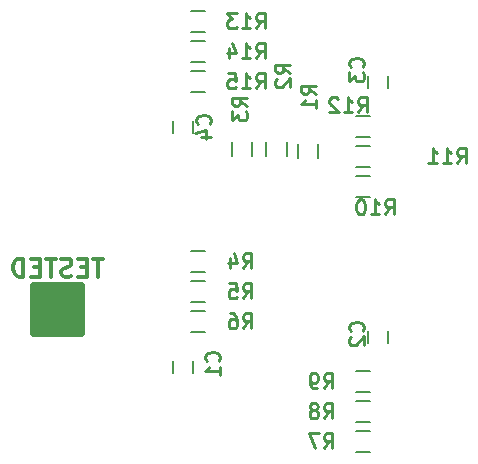
<source format=gbo>
G04 #@! TF.FileFunction,Legend,Bot*
%FSLAX46Y46*%
G04 Gerber Fmt 4.6, Leading zero omitted, Abs format (unit mm)*
G04 Created by KiCad (PCBNEW (after 2015-mar-04 BZR unknown)-product) date 11/20/2015 3:30:05 PM*
%MOMM*%
G01*
G04 APERTURE LIST*
%ADD10C,0.150000*%
%ADD11C,0.650000*%
%ADD12C,0.254000*%
%ADD13C,0.304800*%
G04 APERTURE END LIST*
D10*
X27926000Y-22952000D02*
X27926000Y-21752000D01*
X26176000Y-21752000D02*
X26176000Y-22952000D01*
X25259000Y-22825000D02*
X25259000Y-21625000D01*
X23509000Y-21625000D02*
X23509000Y-22825000D01*
X22338000Y-22825000D02*
X22338000Y-21625000D01*
X20588000Y-21625000D02*
X20588000Y-22825000D01*
X17180000Y-32625000D02*
X18380000Y-32625000D01*
X18380000Y-30875000D02*
X17180000Y-30875000D01*
X32350000Y-46115000D02*
X31150000Y-46115000D01*
X31150000Y-47865000D02*
X32350000Y-47865000D01*
X32350000Y-24525000D02*
X31150000Y-24525000D01*
X31150000Y-26275000D02*
X32350000Y-26275000D01*
X17180000Y-12305000D02*
X18380000Y-12305000D01*
X18380000Y-10555000D02*
X17180000Y-10555000D01*
X17180000Y-35165000D02*
X18380000Y-35165000D01*
X18380000Y-33415000D02*
X17180000Y-33415000D01*
X32350000Y-43575000D02*
X31150000Y-43575000D01*
X31150000Y-45325000D02*
X32350000Y-45325000D01*
X32350000Y-21985000D02*
X31150000Y-21985000D01*
X31150000Y-23735000D02*
X32350000Y-23735000D01*
X17180000Y-14845000D02*
X18380000Y-14845000D01*
X18380000Y-13095000D02*
X17180000Y-13095000D01*
X17180000Y-37705000D02*
X18380000Y-37705000D01*
X18380000Y-35955000D02*
X17180000Y-35955000D01*
X32350000Y-41035000D02*
X31150000Y-41035000D01*
X31150000Y-42785000D02*
X32350000Y-42785000D01*
X32350000Y-19445000D02*
X31150000Y-19445000D01*
X31150000Y-21195000D02*
X32350000Y-21195000D01*
X17180000Y-17385000D02*
X18380000Y-17385000D01*
X18380000Y-15635000D02*
X17180000Y-15635000D01*
X33870000Y-37600000D02*
X33870000Y-38600000D01*
X32170000Y-38600000D02*
X32170000Y-37600000D01*
X33870000Y-16010000D02*
X33870000Y-17010000D01*
X32170000Y-17010000D02*
X32170000Y-16010000D01*
X15660000Y-20820000D02*
X15660000Y-19820000D01*
X17360000Y-19820000D02*
X17360000Y-20820000D01*
X15660000Y-41140000D02*
X15660000Y-40140000D01*
X17360000Y-40140000D02*
X17360000Y-41140000D01*
D11*
X3842000Y-33814000D02*
X7842000Y-33814000D01*
X7842000Y-33814000D02*
X7842000Y-37814000D01*
X7842000Y-37814000D02*
X3842000Y-37814000D01*
X3842000Y-37814000D02*
X3842000Y-33814000D01*
X3842000Y-33814000D02*
X3842000Y-34314000D01*
X3842000Y-34314000D02*
X7842000Y-34314000D01*
X7842000Y-34314000D02*
X7842000Y-34814000D01*
X7842000Y-34814000D02*
X3842000Y-34814000D01*
X3842000Y-34814000D02*
X3842000Y-35314000D01*
X3842000Y-35314000D02*
X7842000Y-35314000D01*
X7842000Y-35314000D02*
X7842000Y-35814000D01*
X7842000Y-35814000D02*
X3842000Y-35814000D01*
X3842000Y-35814000D02*
X3842000Y-36314000D01*
X3842000Y-36314000D02*
X7342000Y-36314000D01*
X7342000Y-36314000D02*
X7842000Y-36314000D01*
X7842000Y-36314000D02*
X7842000Y-36814000D01*
X7842000Y-36814000D02*
X3842000Y-36814000D01*
X3842000Y-36814000D02*
X3842000Y-37314000D01*
X3842000Y-37314000D02*
X7842000Y-37314000D01*
D12*
X27752524Y-17568333D02*
X27147762Y-17145000D01*
X27752524Y-16842619D02*
X26482524Y-16842619D01*
X26482524Y-17326428D01*
X26543000Y-17447381D01*
X26603476Y-17507857D01*
X26724429Y-17568333D01*
X26905857Y-17568333D01*
X27026810Y-17507857D01*
X27087286Y-17447381D01*
X27147762Y-17326428D01*
X27147762Y-16842619D01*
X27752524Y-18777857D02*
X27752524Y-18052143D01*
X27752524Y-18415000D02*
X26482524Y-18415000D01*
X26663952Y-18294048D01*
X26784905Y-18173095D01*
X26845381Y-18052143D01*
X25574524Y-15788333D02*
X24969762Y-15365000D01*
X25574524Y-15062619D02*
X24304524Y-15062619D01*
X24304524Y-15546428D01*
X24365000Y-15667381D01*
X24425476Y-15727857D01*
X24546429Y-15788333D01*
X24727857Y-15788333D01*
X24848810Y-15727857D01*
X24909286Y-15667381D01*
X24969762Y-15546428D01*
X24969762Y-15062619D01*
X24425476Y-16272143D02*
X24365000Y-16332619D01*
X24304524Y-16453571D01*
X24304524Y-16755952D01*
X24365000Y-16876905D01*
X24425476Y-16937381D01*
X24546429Y-16997857D01*
X24667381Y-16997857D01*
X24848810Y-16937381D01*
X25574524Y-16211667D01*
X25574524Y-16997857D01*
X21910524Y-18584333D02*
X21305762Y-18161000D01*
X21910524Y-17858619D02*
X20640524Y-17858619D01*
X20640524Y-18342428D01*
X20701000Y-18463381D01*
X20761476Y-18523857D01*
X20882429Y-18584333D01*
X21063857Y-18584333D01*
X21184810Y-18523857D01*
X21245286Y-18463381D01*
X21305762Y-18342428D01*
X21305762Y-17858619D01*
X20640524Y-19007667D02*
X20640524Y-19793857D01*
X21124333Y-19370524D01*
X21124333Y-19551952D01*
X21184810Y-19672905D01*
X21245286Y-19733381D01*
X21366238Y-19793857D01*
X21668619Y-19793857D01*
X21789571Y-19733381D01*
X21850048Y-19672905D01*
X21910524Y-19551952D01*
X21910524Y-19189095D01*
X21850048Y-19068143D01*
X21789571Y-19007667D01*
X21547667Y-32324524D02*
X21971000Y-31719762D01*
X22273381Y-32324524D02*
X22273381Y-31054524D01*
X21789572Y-31054524D01*
X21668619Y-31115000D01*
X21608143Y-31175476D01*
X21547667Y-31296429D01*
X21547667Y-31477857D01*
X21608143Y-31598810D01*
X21668619Y-31659286D01*
X21789572Y-31719762D01*
X22273381Y-31719762D01*
X20459095Y-31477857D02*
X20459095Y-32324524D01*
X20761476Y-30994048D02*
X21063857Y-31901190D01*
X20277667Y-31901190D01*
X28405667Y-47564524D02*
X28829000Y-46959762D01*
X29131381Y-47564524D02*
X29131381Y-46294524D01*
X28647572Y-46294524D01*
X28526619Y-46355000D01*
X28466143Y-46415476D01*
X28405667Y-46536429D01*
X28405667Y-46717857D01*
X28466143Y-46838810D01*
X28526619Y-46899286D01*
X28647572Y-46959762D01*
X29131381Y-46959762D01*
X27982333Y-46294524D02*
X27135667Y-46294524D01*
X27679952Y-47564524D01*
X33582429Y-27752524D02*
X34005762Y-27147762D01*
X34308143Y-27752524D02*
X34308143Y-26482524D01*
X33824334Y-26482524D01*
X33703381Y-26543000D01*
X33642905Y-26603476D01*
X33582429Y-26724429D01*
X33582429Y-26905857D01*
X33642905Y-27026810D01*
X33703381Y-27087286D01*
X33824334Y-27147762D01*
X34308143Y-27147762D01*
X32372905Y-27752524D02*
X33098619Y-27752524D01*
X32735762Y-27752524D02*
X32735762Y-26482524D01*
X32856714Y-26663952D01*
X32977667Y-26784905D01*
X33098619Y-26845381D01*
X31586714Y-26482524D02*
X31465762Y-26482524D01*
X31344810Y-26543000D01*
X31284333Y-26603476D01*
X31223857Y-26724429D01*
X31163381Y-26966333D01*
X31163381Y-27268714D01*
X31223857Y-27510619D01*
X31284333Y-27631571D01*
X31344810Y-27692048D01*
X31465762Y-27752524D01*
X31586714Y-27752524D01*
X31707667Y-27692048D01*
X31768143Y-27631571D01*
X31828619Y-27510619D01*
X31889095Y-27268714D01*
X31889095Y-26966333D01*
X31828619Y-26724429D01*
X31768143Y-26603476D01*
X31707667Y-26543000D01*
X31586714Y-26482524D01*
X22660429Y-12004524D02*
X23083762Y-11399762D01*
X23386143Y-12004524D02*
X23386143Y-10734524D01*
X22902334Y-10734524D01*
X22781381Y-10795000D01*
X22720905Y-10855476D01*
X22660429Y-10976429D01*
X22660429Y-11157857D01*
X22720905Y-11278810D01*
X22781381Y-11339286D01*
X22902334Y-11399762D01*
X23386143Y-11399762D01*
X21450905Y-12004524D02*
X22176619Y-12004524D01*
X21813762Y-12004524D02*
X21813762Y-10734524D01*
X21934714Y-10915952D01*
X22055667Y-11036905D01*
X22176619Y-11097381D01*
X21027571Y-10734524D02*
X20241381Y-10734524D01*
X20664714Y-11218333D01*
X20483286Y-11218333D01*
X20362333Y-11278810D01*
X20301857Y-11339286D01*
X20241381Y-11460238D01*
X20241381Y-11762619D01*
X20301857Y-11883571D01*
X20362333Y-11944048D01*
X20483286Y-12004524D01*
X20846143Y-12004524D01*
X20967095Y-11944048D01*
X21027571Y-11883571D01*
X21547667Y-34864524D02*
X21971000Y-34259762D01*
X22273381Y-34864524D02*
X22273381Y-33594524D01*
X21789572Y-33594524D01*
X21668619Y-33655000D01*
X21608143Y-33715476D01*
X21547667Y-33836429D01*
X21547667Y-34017857D01*
X21608143Y-34138810D01*
X21668619Y-34199286D01*
X21789572Y-34259762D01*
X22273381Y-34259762D01*
X20398619Y-33594524D02*
X21003381Y-33594524D01*
X21063857Y-34199286D01*
X21003381Y-34138810D01*
X20882429Y-34078333D01*
X20580048Y-34078333D01*
X20459095Y-34138810D01*
X20398619Y-34199286D01*
X20338143Y-34320238D01*
X20338143Y-34622619D01*
X20398619Y-34743571D01*
X20459095Y-34804048D01*
X20580048Y-34864524D01*
X20882429Y-34864524D01*
X21003381Y-34804048D01*
X21063857Y-34743571D01*
X28405667Y-45024524D02*
X28829000Y-44419762D01*
X29131381Y-45024524D02*
X29131381Y-43754524D01*
X28647572Y-43754524D01*
X28526619Y-43815000D01*
X28466143Y-43875476D01*
X28405667Y-43996429D01*
X28405667Y-44177857D01*
X28466143Y-44298810D01*
X28526619Y-44359286D01*
X28647572Y-44419762D01*
X29131381Y-44419762D01*
X27679952Y-44298810D02*
X27800905Y-44238333D01*
X27861381Y-44177857D01*
X27921857Y-44056905D01*
X27921857Y-43996429D01*
X27861381Y-43875476D01*
X27800905Y-43815000D01*
X27679952Y-43754524D01*
X27438048Y-43754524D01*
X27317095Y-43815000D01*
X27256619Y-43875476D01*
X27196143Y-43996429D01*
X27196143Y-44056905D01*
X27256619Y-44177857D01*
X27317095Y-44238333D01*
X27438048Y-44298810D01*
X27679952Y-44298810D01*
X27800905Y-44359286D01*
X27861381Y-44419762D01*
X27921857Y-44540714D01*
X27921857Y-44782619D01*
X27861381Y-44903571D01*
X27800905Y-44964048D01*
X27679952Y-45024524D01*
X27438048Y-45024524D01*
X27317095Y-44964048D01*
X27256619Y-44903571D01*
X27196143Y-44782619D01*
X27196143Y-44540714D01*
X27256619Y-44419762D01*
X27317095Y-44359286D01*
X27438048Y-44298810D01*
X39678429Y-23434524D02*
X40101762Y-22829762D01*
X40404143Y-23434524D02*
X40404143Y-22164524D01*
X39920334Y-22164524D01*
X39799381Y-22225000D01*
X39738905Y-22285476D01*
X39678429Y-22406429D01*
X39678429Y-22587857D01*
X39738905Y-22708810D01*
X39799381Y-22769286D01*
X39920334Y-22829762D01*
X40404143Y-22829762D01*
X38468905Y-23434524D02*
X39194619Y-23434524D01*
X38831762Y-23434524D02*
X38831762Y-22164524D01*
X38952714Y-22345952D01*
X39073667Y-22466905D01*
X39194619Y-22527381D01*
X37259381Y-23434524D02*
X37985095Y-23434524D01*
X37622238Y-23434524D02*
X37622238Y-22164524D01*
X37743190Y-22345952D01*
X37864143Y-22466905D01*
X37985095Y-22527381D01*
X22660429Y-14544524D02*
X23083762Y-13939762D01*
X23386143Y-14544524D02*
X23386143Y-13274524D01*
X22902334Y-13274524D01*
X22781381Y-13335000D01*
X22720905Y-13395476D01*
X22660429Y-13516429D01*
X22660429Y-13697857D01*
X22720905Y-13818810D01*
X22781381Y-13879286D01*
X22902334Y-13939762D01*
X23386143Y-13939762D01*
X21450905Y-14544524D02*
X22176619Y-14544524D01*
X21813762Y-14544524D02*
X21813762Y-13274524D01*
X21934714Y-13455952D01*
X22055667Y-13576905D01*
X22176619Y-13637381D01*
X20362333Y-13697857D02*
X20362333Y-14544524D01*
X20664714Y-13214048D02*
X20967095Y-14121190D01*
X20180905Y-14121190D01*
X21547667Y-37404524D02*
X21971000Y-36799762D01*
X22273381Y-37404524D02*
X22273381Y-36134524D01*
X21789572Y-36134524D01*
X21668619Y-36195000D01*
X21608143Y-36255476D01*
X21547667Y-36376429D01*
X21547667Y-36557857D01*
X21608143Y-36678810D01*
X21668619Y-36739286D01*
X21789572Y-36799762D01*
X22273381Y-36799762D01*
X20459095Y-36134524D02*
X20701000Y-36134524D01*
X20821952Y-36195000D01*
X20882429Y-36255476D01*
X21003381Y-36436905D01*
X21063857Y-36678810D01*
X21063857Y-37162619D01*
X21003381Y-37283571D01*
X20942905Y-37344048D01*
X20821952Y-37404524D01*
X20580048Y-37404524D01*
X20459095Y-37344048D01*
X20398619Y-37283571D01*
X20338143Y-37162619D01*
X20338143Y-36860238D01*
X20398619Y-36739286D01*
X20459095Y-36678810D01*
X20580048Y-36618333D01*
X20821952Y-36618333D01*
X20942905Y-36678810D01*
X21003381Y-36739286D01*
X21063857Y-36860238D01*
X28405667Y-42484524D02*
X28829000Y-41879762D01*
X29131381Y-42484524D02*
X29131381Y-41214524D01*
X28647572Y-41214524D01*
X28526619Y-41275000D01*
X28466143Y-41335476D01*
X28405667Y-41456429D01*
X28405667Y-41637857D01*
X28466143Y-41758810D01*
X28526619Y-41819286D01*
X28647572Y-41879762D01*
X29131381Y-41879762D01*
X27800905Y-42484524D02*
X27559000Y-42484524D01*
X27438048Y-42424048D01*
X27377572Y-42363571D01*
X27256619Y-42182143D01*
X27196143Y-41940238D01*
X27196143Y-41456429D01*
X27256619Y-41335476D01*
X27317095Y-41275000D01*
X27438048Y-41214524D01*
X27679952Y-41214524D01*
X27800905Y-41275000D01*
X27861381Y-41335476D01*
X27921857Y-41456429D01*
X27921857Y-41758810D01*
X27861381Y-41879762D01*
X27800905Y-41940238D01*
X27679952Y-42000714D01*
X27438048Y-42000714D01*
X27317095Y-41940238D01*
X27256619Y-41879762D01*
X27196143Y-41758810D01*
X31296429Y-19116524D02*
X31719762Y-18511762D01*
X32022143Y-19116524D02*
X32022143Y-17846524D01*
X31538334Y-17846524D01*
X31417381Y-17907000D01*
X31356905Y-17967476D01*
X31296429Y-18088429D01*
X31296429Y-18269857D01*
X31356905Y-18390810D01*
X31417381Y-18451286D01*
X31538334Y-18511762D01*
X32022143Y-18511762D01*
X30086905Y-19116524D02*
X30812619Y-19116524D01*
X30449762Y-19116524D02*
X30449762Y-17846524D01*
X30570714Y-18027952D01*
X30691667Y-18148905D01*
X30812619Y-18209381D01*
X29603095Y-17967476D02*
X29542619Y-17907000D01*
X29421667Y-17846524D01*
X29119286Y-17846524D01*
X28998333Y-17907000D01*
X28937857Y-17967476D01*
X28877381Y-18088429D01*
X28877381Y-18209381D01*
X28937857Y-18390810D01*
X29663571Y-19116524D01*
X28877381Y-19116524D01*
X22660429Y-17084524D02*
X23083762Y-16479762D01*
X23386143Y-17084524D02*
X23386143Y-15814524D01*
X22902334Y-15814524D01*
X22781381Y-15875000D01*
X22720905Y-15935476D01*
X22660429Y-16056429D01*
X22660429Y-16237857D01*
X22720905Y-16358810D01*
X22781381Y-16419286D01*
X22902334Y-16479762D01*
X23386143Y-16479762D01*
X21450905Y-17084524D02*
X22176619Y-17084524D01*
X21813762Y-17084524D02*
X21813762Y-15814524D01*
X21934714Y-15995952D01*
X22055667Y-16116905D01*
X22176619Y-16177381D01*
X20301857Y-15814524D02*
X20906619Y-15814524D01*
X20967095Y-16419286D01*
X20906619Y-16358810D01*
X20785667Y-16298333D01*
X20483286Y-16298333D01*
X20362333Y-16358810D01*
X20301857Y-16419286D01*
X20241381Y-16540238D01*
X20241381Y-16842619D01*
X20301857Y-16963571D01*
X20362333Y-17024048D01*
X20483286Y-17084524D01*
X20785667Y-17084524D01*
X20906619Y-17024048D01*
X20967095Y-16963571D01*
X31695571Y-37634333D02*
X31756048Y-37573857D01*
X31816524Y-37392428D01*
X31816524Y-37271476D01*
X31756048Y-37090048D01*
X31635095Y-36969095D01*
X31514143Y-36908619D01*
X31272238Y-36848143D01*
X31090810Y-36848143D01*
X30848905Y-36908619D01*
X30727952Y-36969095D01*
X30607000Y-37090048D01*
X30546524Y-37271476D01*
X30546524Y-37392428D01*
X30607000Y-37573857D01*
X30667476Y-37634333D01*
X30667476Y-38118143D02*
X30607000Y-38178619D01*
X30546524Y-38299571D01*
X30546524Y-38601952D01*
X30607000Y-38722905D01*
X30667476Y-38783381D01*
X30788429Y-38843857D01*
X30909381Y-38843857D01*
X31090810Y-38783381D01*
X31816524Y-38057667D01*
X31816524Y-38843857D01*
X31695571Y-15282333D02*
X31756048Y-15221857D01*
X31816524Y-15040428D01*
X31816524Y-14919476D01*
X31756048Y-14738048D01*
X31635095Y-14617095D01*
X31514143Y-14556619D01*
X31272238Y-14496143D01*
X31090810Y-14496143D01*
X30848905Y-14556619D01*
X30727952Y-14617095D01*
X30607000Y-14738048D01*
X30546524Y-14919476D01*
X30546524Y-15040428D01*
X30607000Y-15221857D01*
X30667476Y-15282333D01*
X30546524Y-15705667D02*
X30546524Y-16491857D01*
X31030333Y-16068524D01*
X31030333Y-16249952D01*
X31090810Y-16370905D01*
X31151286Y-16431381D01*
X31272238Y-16491857D01*
X31574619Y-16491857D01*
X31695571Y-16431381D01*
X31756048Y-16370905D01*
X31816524Y-16249952D01*
X31816524Y-15887095D01*
X31756048Y-15766143D01*
X31695571Y-15705667D01*
X18741571Y-20108333D02*
X18802048Y-20047857D01*
X18862524Y-19866428D01*
X18862524Y-19745476D01*
X18802048Y-19564048D01*
X18681095Y-19443095D01*
X18560143Y-19382619D01*
X18318238Y-19322143D01*
X18136810Y-19322143D01*
X17894905Y-19382619D01*
X17773952Y-19443095D01*
X17653000Y-19564048D01*
X17592524Y-19745476D01*
X17592524Y-19866428D01*
X17653000Y-20047857D01*
X17713476Y-20108333D01*
X18015857Y-21196905D02*
X18862524Y-21196905D01*
X17532048Y-20894524D02*
X18439190Y-20592143D01*
X18439190Y-21378333D01*
X19503571Y-40174333D02*
X19564048Y-40113857D01*
X19624524Y-39932428D01*
X19624524Y-39811476D01*
X19564048Y-39630048D01*
X19443095Y-39509095D01*
X19322143Y-39448619D01*
X19080238Y-39388143D01*
X18898810Y-39388143D01*
X18656905Y-39448619D01*
X18535952Y-39509095D01*
X18415000Y-39630048D01*
X18354524Y-39811476D01*
X18354524Y-39932428D01*
X18415000Y-40113857D01*
X18475476Y-40174333D01*
X19624524Y-41383857D02*
X19624524Y-40658143D01*
X19624524Y-41021000D02*
X18354524Y-41021000D01*
X18535952Y-40900048D01*
X18656905Y-40779095D01*
X18717381Y-40658143D01*
D13*
X9724571Y-31479429D02*
X8853714Y-31479429D01*
X9289143Y-33003429D02*
X9289143Y-31479429D01*
X8345714Y-32205143D02*
X7837714Y-32205143D01*
X7620000Y-33003429D02*
X8345714Y-33003429D01*
X8345714Y-31479429D01*
X7620000Y-31479429D01*
X7039428Y-32930857D02*
X6821714Y-33003429D01*
X6458857Y-33003429D01*
X6313714Y-32930857D01*
X6241143Y-32858286D01*
X6168571Y-32713143D01*
X6168571Y-32568000D01*
X6241143Y-32422857D01*
X6313714Y-32350286D01*
X6458857Y-32277714D01*
X6749143Y-32205143D01*
X6894285Y-32132571D01*
X6966857Y-32060000D01*
X7039428Y-31914857D01*
X7039428Y-31769714D01*
X6966857Y-31624571D01*
X6894285Y-31552000D01*
X6749143Y-31479429D01*
X6386285Y-31479429D01*
X6168571Y-31552000D01*
X5733142Y-31479429D02*
X4862285Y-31479429D01*
X5297714Y-33003429D02*
X5297714Y-31479429D01*
X4354285Y-32205143D02*
X3846285Y-32205143D01*
X3628571Y-33003429D02*
X4354285Y-33003429D01*
X4354285Y-31479429D01*
X3628571Y-31479429D01*
X2975428Y-33003429D02*
X2975428Y-31479429D01*
X2612571Y-31479429D01*
X2394856Y-31552000D01*
X2249714Y-31697143D01*
X2177142Y-31842286D01*
X2104571Y-32132571D01*
X2104571Y-32350286D01*
X2177142Y-32640571D01*
X2249714Y-32785714D01*
X2394856Y-32930857D01*
X2612571Y-33003429D01*
X2975428Y-33003429D01*
M02*

</source>
